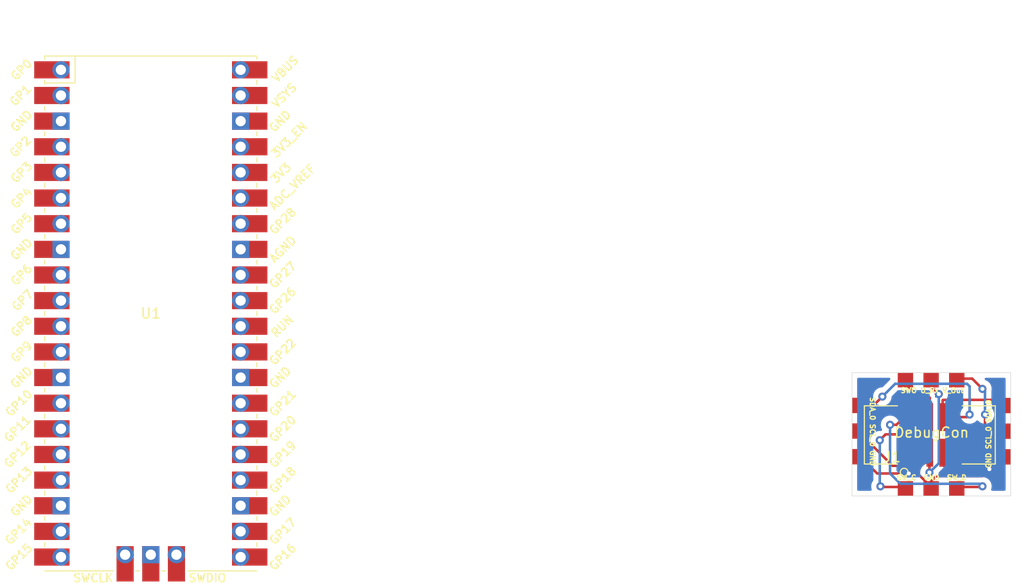
<source format=kicad_pcb>
(kicad_pcb (version 20211014) (generator pcbnew)
  (layers (0 "F.Cu" signal) (31 "B.Cu" signal) (34 "B.Paste" user) (35 "F.Paste" user) (36 "B.SilkS" user "B.Silkscreen") (37 "F.SilkS" user "F.Silkscreen") (38 "B.Mask" user) (39 "F.Mask" user) (44 "Edge.Cuts" user))
  (net 0 "")
  (net 1 "/SWDIO")
  (net 2 "/SWDCLK")
  (net 3 "/SWO")
  (net 4 "/VBUS_OUT")
  (net 5 "/Uart_RX")
  (net 6 "/SCL_0")
  (net 7 "/SDA_1")
  (net 8 "/SCL_1")
  (net 9 "/SDA_0")
  (net 10 "GND")
  (footprint "ProgramingFootprints:BottomSWDConnection" (layer "F.Cu") (at 128.778 66.548)
    (fp_text reference "J2" hide)
    (fp_text value "SWDConnections" hide)
    (pad "1" smd rect (at -2.54 0.72115 90) (size 1.443 1.524) (layers "F.Cu" "F.Paste" "F.Mask") (net 2 "/SWDCLK"))
    (pad "2" smd rect (at 0 0.72115 90) (size 1.443 1.524) (layers "F.Cu" "F.Paste" "F.Mask") (net 10 "GND"))
    (pad "3" smd rect (at 2.54 0.72115 90) (size 1.443 1.524) (layers "F.Cu" "F.Paste" "F.Mask") (net 1 "/SWDIO"))
  )
  (footprint "ProgramingFootprints:BottomSWDConnection" (layer "F.Cu") (at 135.1915 61.595 90)
    (fp_text reference "J4" hide)
    (fp_text value "I2C1_conn")
    (pad "1" smd rect (at -2.54 0.72115 180) (size 1.443 1.524) (layers "F.Cu" "F.Paste" "F.Mask") (net 10 "GND"))
    (pad "2" smd rect (at 0 0.72115 180) (size 1.443 1.524) (layers "F.Cu" "F.Paste" "F.Mask") (net 7 "/SDA_1"))
    (pad "3" smd rect (at 2.54 0.72115 180) (size 1.443 1.524) (layers "F.Cu" "F.Paste" "F.Mask") (net 8 "/SCL_1"))
  )
  (footprint "LocalFootprints:3220-10-0300-00-TR" (layer "F.Cu") (at 128.651 61.963)
    (fp_text reference "J1" (at -3.7338 2.1974) (layer "F.SilkS"))
    (fp_text value "DebugCon" (at 0.1778 -0.241 180) (layer "F.SilkS"))
    (fp_line (start 6.477 -2.8829) (end 3.20294 -2.8829) (layer "F.SilkS") (width 0.12))
    (fp_line (start 6.477 2.8829) (end 6.477 -2.8829) (layer "F.SilkS") (width 0.12))
    (fp_line (start -3.20294 -2.8829) (end -6.477 -2.8829) (layer "F.SilkS") (width 0.12))
    (fp_line (start -6.477 2.8829) (end -3.20294 2.8829) (layer "F.SilkS") (width 0.12))
    (fp_line (start 3.20294 2.8829) (end 6.477 2.8829) (layer "F.SilkS") (width 0.12))
    (fp_line (start -6.477 -2.8829) (end -6.477 2.8829) (layer "F.SilkS") (width 0.12))
    (fp_circle (center -2.54 3.683) (end -2.159 3.683) (layer "F.SilkS") (width 0.12) (fill none))
    (pad "1" smd rect (at -2.54 1.765) (size 0.6604 2.7686) (layers "F.Cu" "F.Paste" "F.Mask") (net 6 "/SCL_0"))
    (pad "2" smd rect (at -2.54 -1.765) (size 0.6604 2.7686) (layers "F.Cu" "F.Paste" "F.Mask") (net 1 "/SWDIO"))
    (pad "3" smd rect (at -1.27 1.765) (size 0.6604 2.7686) (layers "F.Cu" "F.Paste" "F.Mask") (net 10 "GND"))
    (pad "4" smd rect (at -1.27 -1.765) (size 0.6604 2.7686) (layers "F.Cu" "F.Paste" "F.Mask") (net 2 "/SWDCLK"))
    (pad "5" smd rect (at 0 1.765) (size 0.6604 2.7686) (layers "F.Cu" "F.Paste" "F.Mask") (net 5 "/Uart_RX"))
    (pad "6" smd rect (at 0 -1.765) (size 0.6604 2.7686) (layers "F.Cu" "F.Paste" "F.Mask") (net 3 "/SWO"))
    (pad "7" smd rect (at 1.27 1.765) (size 0.6604 2.7686) (layers "F.Cu" "F.Paste" "F.Mask") (net 7 "/SDA_1"))
    (pad "8" smd rect (at 1.27 -1.765) (size 0.6604 2.7686) (layers "F.Cu" "F.Paste" "F.Mask") (net 8 "/SCL_1"))
    (pad "9" smd rect (at 2.54 1.765) (size 0.6604 2.7686) (layers "F.Cu" "F.Paste" "F.Mask") (net 4 "/VBUS_OUT"))
    (pad "10" smd rect (at 2.54 -1.765) (size 0.6604 2.7686) (layers "F.Cu" "F.Paste" "F.Mask") (net 9 "/SDA_0"))
  )
  (footprint "RP-Pico Libraries:RPi_Pico_SMD_TH" (layer "F.Cu") (at 51.55 49.93)
    (fp_text reference "U1" (at 0 0) (layer "F.SilkS"))
    (fp_text value "Pico")
    (fp_text user "GP22" (at 13.054 3.81 45) (layer "F.SilkS") (effects (font (size 0.8 0.8))))
    (fp_text user "GP8" (at -12.8 1.27 45) (layer "F.SilkS") (effects (font (size 0.8 0.8))))
    (fp_text user "GP3" (at -12.8 -13.97 45) (layer "F.SilkS") (effects (font (size 0.8 0.8))))
    (fp_text user "GP11" (at -13.2 11.43 45) (layer "F.SilkS") (effects (font (size 0.8 0.8))))
    (fp_text user "ADC_VREF" (at 14 -12.5 45) (layer "F.SilkS") (effects (font (size 0.8 0.8))))
    (fp_text user "GP1" (at -12.9 -21.6 45) (layer "F.SilkS") (effects (font (size 0.8 0.8))))
    (fp_text user "GP6" (at -12.8 -3.81 45) (layer "F.SilkS") (effects (font (size 0.8 0.8))))
    (fp_text user "GND" (at 12.8 19.05 45) (layer "F.SilkS") (effects (font (size 0.8 0.8))))
    (fp_text user "GP7" (at -12.7 -1.3 45) (layer "F.SilkS") (effects (font (size 0.8 0.8))))
    (fp_text user "GND" (at 12.8 6.35 45) (layer "F.SilkS") (effects (font (size 0.8 0.8))))
    (fp_text user "GP16" (at 13.054 24.13 45) (layer "F.SilkS") (effects (font (size 0.8 0.8))))
    (fp_text user "AGND" (at 13.054 -6.35 45) (layer "F.SilkS") (effects (font (size 0.8 0.8))))
    (fp_text user "SWDIO" (at 5.6 26.2) (layer "F.SilkS") (effects (font (size 0.8 0.8))))
    (fp_text user "GP15" (at -13.054 24.13 45) (layer "F.SilkS") (effects (font (size 0.8 0.8))))
    (fp_text user "3V3" (at 12.9 -13.9 45) (layer "F.SilkS") (effects (font (size 0.8 0.8))))
    (fp_text user "GP9" (at -12.8 3.81 45) (layer "F.SilkS") (effects (font (size 0.8 0.8))))
    (fp_text user "3V3_EN" (at 13.7 -17.2 45) (layer "F.SilkS") (effects (font (size 0.8 0.8))))
    (fp_text user "VBUS" (at 13.3 -24.2 45) (layer "F.SilkS") (effects (font (size 0.8 0.8))))
    (fp_text user "GP4" (at -12.8 -11.43 45) (layer "F.SilkS") (effects (font (size 0.8 0.8))))
    (fp_text user "GP10" (at -13.054 8.89 45) (layer "F.SilkS") (effects (font (size 0.8 0.8))))
    (fp_text user "GND" (at -12.8 -19.05 45) (layer "F.SilkS") (effects (font (size 0.8 0.8))))
    (fp_text user "GND" (at -12.8 -6.35 45) (layer "F.SilkS") (effects (font (size 0.8 0.8))))
    (fp_text user "GP17" (at 13.054 21.59 45) (layer "F.SilkS") (effects (font (size 0.8 0.8))))
    (fp_text user "GP26" (at 13.054 -1.27 45) (layer "F.SilkS") (effects (font (size 0.8 0.8))))
    (fp_text user "GP19" (at 13.054 13.97 45) (layer "F.SilkS") (effects (font (size 0.8 0.8))))
    (fp_text user "GND" (at -12.8 6.35 45) (layer "F.SilkS") (effects (font (size 0.8 0.8))))
    (fp_text user "GP14" (at -13.1 21.59 45) (layer "F.SilkS") (effects (font (size 0.8 0.8))))
    (fp_text user "VSYS" (at 13.2 -21.59 45) (layer "F.SilkS") (effects (font (size 0.8 0.8))))
    (fp_text user "GP27" (at 13.054 -3.8 45) (layer "F.SilkS") (effects (font (size 0.8 0.8))))
    (fp_text user "GP21" (at 13.054 8.9 45) (layer "F.SilkS") (effects (font (size 0.8 0.8))))
    (fp_text user "GP0" (at -12.8 -24.13 45) (layer "F.SilkS") (effects (font (size 0.8 0.8))))
    (fp_text user "GP2" (at -12.9 -16.51 45) (layer "F.SilkS") (effects (font (size 0.8 0.8))))
    (fp_text user "GP28" (at 13.054 -9.144 45) (layer "F.SilkS") (effects (font (size 0.8 0.8))))
    (fp_text user "GP12" (at -13.2 13.97 45) (layer "F.SilkS") (effects (font (size 0.8 0.8))))
    (fp_text user "GP13" (at -13.054 16.51 45) (layer "F.SilkS") (effects (font (size 0.8 0.8))))
    (fp_text user "SWCLK" (at -5.7 26.2) (layer "F.SilkS") (effects (font (size 0.8 0.8))))
    (fp_text user "GP5" (at -12.8 -8.89 45) (layer "F.SilkS") (effects (font (size 0.8 0.8))))
    (fp_text user "GP18" (at 13.054 16.51 45) (layer "F.SilkS") (effects (font (size 0.8 0.8))))
    (fp_text user "GND" (at -12.8 19.05 45) (layer "F.SilkS") (effects (font (size 0.8 0.8))))
    (fp_text user "GND" (at 12.8 -19.05 45) (layer "F.SilkS") (effects (font (size 0.8 0.8))))
    (fp_text user "RUN" (at 13 1.27 45) (layer "F.SilkS") (effects (font (size 0.8 0.8))))
    (fp_text user "GP20" (at 13.054 11.43 45) (layer "F.SilkS") (effects (font (size 0.8 0.8))))
    (fp_line (start 10.5 -18) (end 10.5 -17.6) (layer "F.SilkS") (width 0.12))
    (fp_line (start 10.5 2.3) (end 10.5 2.7) (layer "F.SilkS") (width 0.12))
    (fp_line (start 10.5 -10.4) (end 10.5 -10) (layer "F.SilkS") (width 0.12))
    (fp_line (start 10.5 -20.5) (end 10.5 -20.1) (layer "F.SilkS") (width 0.12))
    (fp_line (start -10.5 -20.5) (end -10.5 -20.1) (layer "F.SilkS") (width 0.12))
    (fp_line (start -10.5 -18) (end -10.5 -17.6) (layer "F.SilkS") (width 0.12))
    (fp_line (start 10.5 -25.5) (end 10.5 -25.2) (layer "F.SilkS") (width 0.12))
    (fp_line (start -10.5 -12.9) (end -10.5 -12.5) (layer "F.SilkS") (width 0.12))
    (fp_line (start -10.5 -2.7) (end -10.5 -2.3) (layer "F.SilkS") (width 0.12))
    (fp_line (start 10.5 22.7) (end 10.5 23.1) (layer "F.SilkS") (width 0.12))
    (fp_line (start -10.5 -23.1) (end -10.5 -22.7) (layer "F.SilkS") (width 0.12))
    (fp_line (start 10.5 -23.1) (end 10.5 -22.7) (layer "F.SilkS") (width 0.12))
    (fp_line (start 1.1 25.5) (end 1.5 25.5) (layer "F.SilkS") (width 0.12))
    (fp_line (start -10.5 15.1) (end -10.5 15.5) (layer "F.SilkS") (width 0.12))
    (fp_line (start 10.5 17.6) (end 10.5 18) (layer "F.SilkS") (width 0.12))
    (fp_line (start 10.5 -15.4) (end 10.5 -15) (layer "F.SilkS") (width 0.12))
    (fp_line (start -10.5 2.3) (end -10.5 2.7) (layer "F.SilkS") (width 0.12))
    (fp_line (start -10.5 4.9) (end -10.5 5.3) (layer "F.SilkS") (width 0.12))
    (fp_line (start 10.5 4.9) (end 10.5 5.3) (layer "F.SilkS") (width 0.12))
    (fp_line (start 10.5 7.4) (end 10.5 7.8) (layer "F.SilkS") (width 0.12))
    (fp_line (start -10.5 -0.2) (end -10.5 0.2) (layer "F.SilkS") (width 0.12))
    (fp_line (start -10.5 -10.4) (end -10.5 -10) (layer "F.SilkS") (width 0.12))
    (fp_line (start -10.5 17.6) (end -10.5 18) (layer "F.SilkS") (width 0.12))
    (fp_line (start 10.5 -2.7) (end 10.5 -2.3) (layer "F.SilkS") (width 0.12))
    (fp_line (start -10.5 -22.833) (end -7.493 -22.833) (layer "F.SilkS") (width 0.12))
    (fp_line (start 10.5 10) (end 10.5 10.4) (layer "F.SilkS") (width 0.12))
    (fp_line (start -10.5 12.5) (end -10.5 12.9) (layer "F.SilkS") (width 0.12))
    (fp_line (start 10.5 -7.8) (end 10.5 -7.4) (layer "F.SilkS") (width 0.12))
    (fp_line (start 10.5 15.1) (end 10.5 15.5) (layer "F.SilkS") (width 0.12))
    (fp_line (start 10.5 -0.2) (end 10.5 0.2) (layer "F.SilkS") (width 0.12))
    (fp_line (start 10.5 12.5) (end 10.5 12.9) (layer "F.SilkS") (width 0.12))
    (fp_line (start -10.5 20.1) (end -10.5 20.5) (layer "F.SilkS") (width 0.12))
    (fp_line (start 10.5 25.5) (end 3.7 25.5) (layer "F.SilkS") (width 0.12))
    (fp_line (start 10.5 20.1) (end 10.5 20.5) (layer "F.SilkS") (width 0.12))
    (fp_line (start -10.5 -25.5) (end 10.5 -25.5) (layer "F.SilkS") (width 0.12))
    (fp_line (start -10.5 7.4) (end -10.5 7.8) (layer "F.SilkS") (width 0.12))
    (fp_line (start -3.7 25.5) (end -10.5 25.5) (layer "F.SilkS") (width 0.12))
    (fp_line (start 10.5 -5.3) (end 10.5 -4.9) (layer "F.SilkS") (width 0.12))
    (fp_line (start -10.5 10) (end -10.5 10.4) (layer "F.SilkS") (width 0.12))
    (fp_line (start -10.5 -5.3) (end -10.5 -4.9) (layer "F.SilkS") (width 0.12))
    (fp_line (start 10.5 -12.9) (end 10.5 -12.5) (layer "F.SilkS") (width 0.12))
    (fp_line (start -10.5 -25.5) (end -10.5 -25.2) (layer "F.SilkS") (width 0.12))
    (fp_line (start -7.493 -22.833) (end -7.493 -25.5) (layer "F.SilkS") (width 0.12))
    (fp_line (start -10.5 -7.8) (end -10.5 -7.4) (layer "F.SilkS") (width 0.12))
    (fp_line (start -1.5 25.5) (end -1.1 25.5) (layer "F.SilkS") (width 0.12))
    (fp_line (start -10.5 -15.4) (end -10.5 -15) (layer "F.SilkS") (width 0.12))
    (fp_line (start -10.5 22.7) (end -10.5 23.1) (layer "F.SilkS") (width 0.12))
    (pad "" np_thru_hole oval (at -2.725 -24) (size 1.8 1.8) (drill 1.8) (layers *.Cu *.Mask))
    (pad "" np_thru_hole oval (at 2.725 -24) (size 1.8 1.8) (drill 1.8) (layers *.Cu *.Mask))
    (pad "" np_thru_hole oval (at -2.425 -20.97) (size 1.5 1.5) (drill 1.5) (layers *.Cu *.Mask))
    (pad "" np_thru_hole oval (at 2.425 -20.97) (size 1.5 1.5) (drill 1.5) (layers *.Cu *.Mask))
    (pad "1" smd rect (at -8.89 -24.13) (size 3.5 1.7) (drill (offset -0.9 0)) (layers "F.Cu" "F.Mask"))
    (pad "1" thru_hole oval (at -8.89 -24.13) (size 1.7 1.7) (drill 1.02) (layers *.Cu *.Mask))
    (pad "2" smd rect (at -8.89 -21.59) (size 3.5 1.7) (drill (offset -0.9 0)) (layers "F.Cu" "F.Mask"))
    (pad "2" thru_hole oval (at -8.89 -21.59) (size 1.7 1.7) (drill 1.02) (layers *.Cu *.Mask))
    (pad "3" smd rect (at -8.89 -19.05) (size 3.5 1.7) (drill (offset -0.9 0)) (layers "F.Cu" "F.Mask"))
    (pad "3" thru_hole rect (at -8.89 -19.05) (size 1.7 1.7) (drill 1.02) (layers *.Cu *.Mask))
    (pad "4" smd rect (at -8.89 -16.51) (size 3.5 1.7) (drill (offset -0.9 0)) (layers "F.Cu" "F.Mask"))
    (pad "4" thru_hole oval (at -8.89 -16.51) (size 1.7 1.7) (drill 1.02) (layers *.Cu *.Mask))
    (pad "5" smd rect (at -8.89 -13.97) (size 3.5 1.7) (drill (offset -0.9 0)) (layers "F.Cu" "F.Mask"))
    (pad "5" thru_hole oval (at -8.89 -13.97) (size 1.7 1.7) (drill 1.02) (layers *.Cu *.Mask))
    (pad "6" thru_hole oval (at -8.89 -11.43) (size 1.7 1.7) (drill 1.02) (layers *.Cu *.Mask))
    (pad "6" smd rect (at -8.89 -11.43) (size 3.5 1.7) (drill (offset -0.9 0)) (layers "F.Cu" "F.Mask"))
    (pad "7" thru_hole oval (at -8.89 -8.89) (size 1.7 1.7) (drill 1.02) (layers *.Cu *.Mask))
    (pad "7" smd rect (at -8.89 -8.89) (size 3.5 1.7) (drill (offset -0.9 0)) (layers "F.Cu" "F.Mask"))
    (pad "8" thru_hole rect (at -8.89 -6.35) (size 1.7 1.7) (drill 1.02) (layers *.Cu *.Mask))
    (pad "8" smd rect (at -8.89 -6.35) (size 3.5 1.7) (drill (offset -0.9 0)) (layers "F.Cu" "F.Mask"))
    (pad "9" smd rect (at -8.89 -3.81) (size 3.5 1.7) (drill (offset -0.9 0)) (layers "F.Cu" "F.Mask"))
    (pad "9" thru_hole oval (at -8.89 -3.81) (size 1.7 1.7) (drill 1.02) (layers *.Cu *.Mask))
    (pad "10" thru_hole oval (at -8.89 -1.27) (size 1.7 1.7) (drill 1.02) (layers *.Cu *.Mask))
    (pad "10" smd rect (at -8.89 -1.27) (size 3.5 1.7) (drill (offset -0.9 0)) (layers "F.Cu" "F.Mask"))
    (pad "11" smd rect (at -8.89 1.27) (size 3.5 1.7) (drill (offset -0.9 0)) (layers "F.Cu" "F.Mask"))
    (pad "11" thru_hole oval (at -8.89 1.27) (size 1.7 1.7) (drill 1.02) (layers *.Cu *.Mask))
    (pad "12" thru_hole oval (at -8.89 3.81) (size 1.7 1.7) (drill 1.02) (layers *.Cu *.Mask))
    (pad "12" smd rect (at -8.89 3.81) (size 3.5 1.7) (drill (offset -0.9 0)) (layers "F.Cu" "F.Mask"))
    (pad "13" thru_hole rect (at -8.89 6.35) (size 1.7 1.7) (drill 1.02) (layers *.Cu *.Mask))
    (pad "13" smd rect (at -8.89 6.35) (size 3.5 1.7) (drill (offset -0.9 0)) (layers "F.Cu" "F.Mask"))
    (pad "14" smd rect (at -8.89 8.89) (size 3.5 1.7) (drill (offset -0.9 0)) (layers "F.Cu" "F.Mask"))
    (pad "14" thru_hole oval (at -8.89 8.89) (size 1.7 1.7) (drill 1.02) (layers *.Cu *.Mask))
    (pad "15" thru_hole oval (at -8.89 11.43) (size 1.7 1.7) (drill 1.02) (layers *.Cu *.Mask))
    (pad "15" smd rect (at -8.89 11.43) (size 3.5 1.7) (drill (offset -0.9 0)) (layers "F.Cu" "F.Mask"))
    (pad "16" smd rect (at -8.89 13.97) (size 3.5 1.7) (drill (offset -0.9 0)) (layers "F.Cu" "F.Mask"))
    (pad "16" thru_hole oval (at -8.89 13.97) (size 1.7 1.7) (drill 1.02) (layers *.Cu *.Mask))
    (pad "17" smd rect (at -8.89 16.51) (size 3.5 1.7) (drill (offset -0.9 0)) (layers "F.Cu" "F.Mask"))
    (pad "17" thru_hole oval (at -8.89 16.51) (size 1.7 1.7) (drill 1.02) (layers *.Cu *.Mask))
    (pad "18" thru_hole rect (at -8.89 19.05) (size 1.7 1.7) (drill 1.02) (layers *.Cu *.Mask))
    (pad "18" smd rect (at -8.89 19.05) (size 3.5 1.7) (drill (offset -0.9 0)) (layers "F.Cu" "F.Mask"))
    (pad "19" smd rect (at -8.89 21.59) (size 3.5 1.7) (drill (offset -0.9 0)) (layers "F.Cu" "F.Mask"))
    (pad "19" thru_hole oval (at -8.89 21.59) (size 1.7 1.7) (drill 1.02) (layers *.Cu *.Mask))
    (pad "20" smd rect (at -8.89 24.13) (size 3.5 1.7) (drill (offset -0.9 0)) (layers "F.Cu" "F.Mask"))
    (pad "20" thru_hole oval (at -8.89 24.13) (size 1.7 1.7) (drill 1.02) (layers *.Cu *.Mask))
    (pad "21" smd rect (at 8.89 24.13) (size 3.5 1.7) (drill (offset 0.9 0)) (layers "F.Cu" "F.Mask"))
    (pad "21" thru_hole oval (at 8.89 24.13) (size 1.7 1.7) (drill 1.02) (layers *.Cu *.Mask))
    (pad "22" thru_hole oval (at 8.89 21.59) (size 1.7 1.7) (drill 1.02) (layers *.Cu *.Mask))
    (pad "22" smd rect (at 8.89 21.59) (size 3.5 1.7) (drill (offset 0.9 0)) (layers "F.Cu" "F.Mask"))
    (pad "23" smd rect (at 8.89 19.05) (size 3.5 1.7) (drill (offset 0.9 0)) (layers "F.Cu" "F.Mask"))
    (pad "23" thru_hole rect (at 8.89 19.05) (size 1.7 1.7) (drill 1.02) (layers *.Cu *.Mask))
    (pad "24" thru_hole oval (at 8.89 16.51) (size 1.7 1.7) (drill 1.02) (layers *.Cu *.Mask))
    (pad "24" smd rect (at 8.89 16.51) (size 3.5 1.7) (drill (offset 0.9 0)) (layers "F.Cu" "F.Mask"))
    (pad "25" thru_hole oval (at 8.89 13.97) (size 1.7 1.7) (drill 1.02) (layers *.Cu *.Mask))
    (pad "25" smd rect (at 8.89 13.97) (size 3.5 1.7) (drill (offset 0.9 0)) (layers "F.Cu" "F.Mask"))
    (pad "26" smd rect (at 8.89 11.43) (size 3.5 1.7) (drill (offset 0.9 0)) (layers "F.Cu" "F.Mask"))
    (pad "26" thru_hole oval (at 8.89 11.43) (size 1.7 1.7) (drill 1.02) (layers *.Cu *.Mask))
    (pad "27" thru_hole oval (at 8.89 8.89) (size 1.7 1.7) (drill 1.02) (layers *.Cu *.Mask))
    (pad "27" smd rect (at 8.89 8.89) (size 3.5 1.7) (drill (offset 0.9 0)) (layers "F.Cu" "F.Mask"))
    (pad "28" smd rect (at 8.89 6.35) (size 3.5 1.7) (drill (offset 0.9 0)) (layers "F.Cu" "F.Mask"))
    (pad "28" thru_hole rect (at 8.89 6.35) (size 1.7 1.7) (drill 1.02) (layers *.Cu *.Mask))
    (pad "29" smd rect (at 8.89 3.81) (size 3.5 1.7) (drill (offset 0.9 0)) (layers "F.Cu" "F.Mask"))
    (pad "29" thru_hole oval (at 8.89 3.81) (size 1.7 1.7) (drill 1.02) (layers *.Cu *.Mask))
    (pad "30" smd rect (at 8.89 1.27) (size 3.5 1.7) (drill (offset 0.9 0)) (layers "F.Cu" "F.Mask"))
    (pad "30" thru_hole oval (at 8.89 1.27) (size 1.7 1.7) (drill 1.02) (layers *.Cu *.Mask))
    (pad "31" smd rect (at 8.89 -1.27) (size 3.5 1.7) (drill (offset 0.9 0)) (layers "F.Cu" "F.Mask"))
    (pad "31" thru_hole oval (at 8.89 -1.27) (size 1.7 1.7) (drill 1.02) (layers *.Cu *.Mask))
    (pad "32" smd rect (at 8.89 -3.81) (size 3.5 1.7) (drill (offset 0.9 0)) (layers "F.Cu" "F.Mask"))
    (pad "32" thru_hole oval (at 8.89 -3.81) (size 1.7 1.7) (drill 1.02) (layers *.Cu *.Mask))
    (pad "33" smd rect (at 8.89 -6.35) (size 3.5 1.7) (drill (offset 0.9 0)) (layers "F.Cu" "F.Mask"))
    (pad "33" thru_hole rect (at 8.89 -6.35) (size 1.7 1.7) (drill 1.02) (layers *.Cu *.Mask))
    (pad "34" thru_hole oval (at 8.89 -8.89) (size 1.7 1.7) (drill 1.02) (layers *.Cu *.Mask))
    (pad "34" smd rect (at 8.89 -8.89) (size 3.5 1.7) (drill (offset 0.9 0)) (layers "F.Cu" "F.Mask"))
    (pad "35" thru_hole oval (at 8.89 -11.43) (size 1.7 1.7) (drill 1.02) (layers *.Cu *.Mask))
    (pad "35" smd rect (at 8.89 -11.43) (size 3.5 1.7) (drill (offset 0.9 0)) (layers "F.Cu" "F.Mask"))
    (pad "36" smd rect (at 8.89 -13.97) (size 3.5 1.7) (drill (offset 0.9 0)) (layers "F.Cu" "F.Mask"))
    (pad "36" thru_hole oval (at 8.89 -13.97) (size 1.7 1.7) (drill 1.02) (layers *.Cu *.Mask))
    (pad "37" smd rect (at 8.89 -16.51) (size 3.5 1.7) (drill (offset 0.9 0)) (layers "F.Cu" "F.Mask"))
    (pad "37" thru_hole oval (at 8.89 -16.51) (size 1.7 1.7) (drill 1.02) (layers *.Cu *.Mask))
    (pad "38" thru_hole rect (at 8.89 -19.05) (size 1.7 1.7) (drill 1.02) (layers *.Cu *.Mask))
    (pad "38" smd rect (at 8.89 -19.05) (size 3.5 1.7) (drill (offset 0.9 0)) (layers "F.Cu" "F.Mask"))
    (pad "39" smd rect (at 8.89 -21.59) (size 3.5 1.7) (drill (offset 0.9 0)) (layers "F.Cu" "F.Mask"))
    (pad "39" thru_hole oval (at 8.89 -21.59) (size 1.7 1.7) (drill 1.02) (layers *.Cu *.Mask))
    (pad "40" smd rect (at 8.89 -24.13) (size 3.5 1.7) (drill (offset 0.9 0)) (layers "F.Cu" "F.Mask"))
    (pad "40" thru_hole oval (at 8.89 -24.13) (size 1.7 1.7) (drill 1.02) (layers *.Cu *.Mask))
    (pad "41" thru_hole oval (at -2.54 23.9) (size 1.7 1.7) (drill 1.02) (layers *.Cu *.Mask))
    (pad "41" smd rect (at -2.54 23.9 90) (size 3.5 1.7) (drill (offset -0.9 0)) (layers "F.Cu" "F.Mask"))
    (pad "42" smd rect (at 0 23.9 90) (size 3.5 1.7) (drill (offset -0.9 0)) (layers "F.Cu" "F.Mask"))
    (pad "42" thru_hole rect (at 0 23.9) (size 1.7 1.7) (drill 1.02) (layers *.Cu *.Mask))
    (pad "43" thru_hole oval (at 2.54 23.9) (size 1.7 1.7) (drill 1.02) (layers *.Cu *.Mask))
    (pad "43" smd rect (at 2.54 23.9 90) (size 3.5 1.7) (drill (offset -0.9 0)) (layers "F.Cu" "F.Mask"))
  )
  (footprint "ProgramingFootprints:BottomSWDConnection" (layer "F.Cu") (at 128.778 55.8165)
    (fp_text reference "J5" hide)
    (fp_text value "Conn_01x03_Female" hide)
    (pad "1" smd rect (at -2.54 0.72115 90) (size 1.443 1.524) (layers "F.Cu" "F.Paste" "F.Mask") (net 3 "/SWO"))
    (pad "2" smd rect (at 0 0.72115 90) (size 1.443 1.524) (layers "F.Cu" "F.Paste" "F.Mask") (net 5 "/Uart_RX"))
    (pad "3" smd rect (at 2.54 0.72115 90) (size 1.443 1.524) (layers "F.Cu" "F.Paste" "F.Mask") (net 4 "/VBUS_OUT"))
  )
  (footprint "ProgramingFootprints:BottomSWDConnection" (layer "F.Cu") (at 120.96885 61.58 90)
    (fp_text reference "J3" hide)
    (fp_text value "I2C0_con" hide)
    (pad "1" smd rect (at -2.54 0.72115 180) (size 1.443 1.524) (layers "F.Cu" "F.Paste" "F.Mask") (net 10 "GND"))
    (pad "2" smd rect (at 0 0.72115 180) (size 1.443 1.524) (layers "F.Cu" "F.Paste" "F.Mask") (net 6 "/SCL_0"))
    (pad "3" smd rect (at 2.54 0.72115 180) (size 1.443 1.524) (layers "F.Cu" "F.Paste" "F.Mask") (net 9 "/SDA_0"))
  )
  (gr_rect (start 120.95 55.79) (end 136.66 68.01) (layer "Edge.Cuts") (width 0.05) (fill none))
  (gr_text "SW_C  GND  SW_D\n" (at 128.8288 66.1924) (layer "F.SilkS") (effects (font (size 0.5 0.5) (thickness 0.125))))
  (gr_text "SWO U_Rx V_Out\n" (at 128.8796 57.5564) (layer "F.SilkS") (effects (font (size 0.5 0.5) (thickness 0.125))))
  (gr_text "GND SCL_0 SDA_0\n\n" (at 134.874 61.8744 90) (layer "F.SilkS") (effects (font (size 0.5 0.5) (thickness 0.125))))
  (gr_text "SDA_0 SCL_0 GND \n\n" (at 122.5804 61.8236 270) (layer "F.SilkS") (effects (font (size 0.5 0.5) (thickness 0.125))))
  (segment (start 133.7945 67.1195) (end 133.858 67.056) (width 0.25) (layer "F.Cu") (net 1))
  (segment (start 131.318 67.1195) (end 133.7945 67.1195) (width 0.25) (layer "F.Cu") (net 1))
  (segment (start 125.349 60.96) (end 126.111 60.198) (width 0.25) (layer "F.Cu") (net 1))
  (segment (start 124.714 60.96) (end 125.349 60.96) (width 0.25) (layer "F.Cu") (net 1))
  (segment (start 133.858 67.056) (end 133.858 67.055) (width 0.25) (layer "F.Cu") (net 1))
  (via (at 124.714 60.96) (size 0.8) (drill 0.4) (layers "F.Cu" "B.Cu") (net 1))
  (via (at 133.858 67.055) (size 0.8) (drill 0.4) (layers "F.Cu" "B.Cu") (net 1))
  (segment (start 133.858 67.055) (end 133.605 66.802) (width 0.25) (layer "B.Cu") (net 1))
  (segment (start 125.73 66.802) (end 124.714 65.786) (width 0.25) (layer "B.Cu") (net 1))
  (segment (start 124.714 65.786) (end 124.714 60.96) (width 0.25) (layer "B.Cu") (net 1))
  (segment (start 133.605 66.802) (end 125.73 66.802) (width 0.25) (layer "B.Cu") (net 1))
  (segment (start 126.7258 61.9073) (end 127.381 61.2521) (width 0.25) (layer "F.Cu") (net 2))
  (segment (start 123.7615 67.1195) (end 123.698 67.056) (width 0.25) (layer "F.Cu") (net 2))
  (segment (start 124.2747 61.9073) (end 126.7258 61.9073) (width 0.25) (layer "F.Cu") (net 2))
  (segment (start 123.699 67.055) (end 123.7615 67.055) (width 0.25) (layer "F.Cu") (net 2))
  (segment (start 123.698 67.056) (end 123.699 67.055) (width 0.25) (layer "F.Cu") (net 2))
  (segment (start 123.698 62.484) (end 124.2747 61.9073) (width 0.25) (layer "F.Cu") (net 2))
  (segment (start 126.238 67.1195) (end 123.7615 67.1195) (width 0.25) (layer "F.Cu") (net 2))
  (segment (start 127.381 61.2521) (end 127.381 60.198) (width 0.25) (layer "F.Cu") (net 2))
  (via (at 123.7615 67.055) (size 0.8) (drill 0.4) (layers "F.Cu" "B.Cu") (net 2))
  (via (at 123.698 62.484) (size 0.8) (drill 0.4) (layers "F.Cu" "B.Cu") (net 2))
  (segment (start 123.7615 67.055) (end 123.698 66.9915) (width 0.25) (layer "B.Cu") (net 2))
  (segment (start 123.698 66.9915) (end 123.698 62.484) (width 0.25) (layer "B.Cu") (net 2))
  (segment (start 128.524 58.166) (end 128.651 58.293) (width 0.25) (layer "F.Cu") (net 3))
  (segment (start 127.508 58.166) (end 128.524 58.166) (width 0.25) (layer "F.Cu") (net 3))
  (segment (start 126.238 56.896) (end 127.508 58.166) (width 0.25) (layer "F.Cu") (net 3))
  (segment (start 128.651 58.293) (end 128.651 60.198) (width 0.25) (layer "F.Cu") (net 3))
  (segment (start 132.842 56.388) (end 133.858 57.404) (width 0.25) (layer "F.Cu") (net 4))
  (segment (start 132.106 63.728) (end 134.112 61.722) (width 0.25) (layer "F.Cu") (net 4))
  (segment (start 134.112 61.722) (end 134.112 59.944) (width 0.25) (layer "F.Cu") (net 4))
  (segment (start 131.191 63.728) (end 132.106 63.728) (width 0.25) (layer "F.Cu") (net 4))
  (segment (start 131.318 56.388) (end 132.842 56.388) (width 0.25) (layer "F.Cu") (net 4))
  (via (at 133.858 57.404) (size 0.8) (drill 0.4) (layers "F.Cu" "B.Cu") (net 4))
  (via (at 134.112 59.944) (size 0.8) (drill 0.4) (layers "F.Cu" "B.Cu") (net 4))
  (segment (start 134.112 59.944) (end 134.112 57.658) (width 0.25) (layer "B.Cu") (net 4))
  (segment (start 134.112 57.658) (end 133.858 57.404) (width 0.25) (layer "B.Cu") (net 4))
  (segment (start 129.286 57.658) (end 129.54 57.912) (width 0.25) (layer "F.Cu") (net 5))
  (segment (start 128.778 56.388) (end 128.778 57.15) (width 0.25) (layer "F.Cu") (net 5))
  (segment (start 128.611698 63.767302) (end 128.651 63.728) (width 0.25) (layer "F.Cu") (net 5))
  (segment (start 128.611698 65.689704) (end 128.611698 63.767302) (width 0.25) (layer "F.Cu") (net 5))
  (segment (start 128.778 57.15) (end 129.286 57.658) (width 0.25) (layer "F.Cu") (net 5))
  (via (at 129.54 57.912) (size 0.8) (drill 0.4) (layers "F.Cu" "B.Cu") (net 5))
  (via (at 128.611698 65.689704) (size 0.8) (drill 0.4) (layers "F.Cu" "B.Cu") (net 5))
  (segment (start 129.54 57.912) (end 129.54 64.77) (width 0.25) (layer "B.Cu") (net 5))
  (segment (start 129.54 57.912) (end 129.286 58.166) (width 0.25) (layer "B.Cu") (net 5))
  (segment (start 129.54 64.77) (end 128.778 65.532) (width 0.25) (layer "B.Cu") (net 5))
  (segment (start 128.769402 65.532) (end 128.611698 65.689704) (width 0.25) (layer "B.Cu") (net 5))
  (segment (start 128.778 65.532) (end 128.769402 65.532) (width 0.25) (layer "B.Cu") (net 5))
  (segment (start 121.791 61.595) (end 121.791 61.847) (width 0.25) (layer "F.Cu") (net 6))
  (segment (start 125.984 65.024) (end 126.111 64.897) (width 0.25) (layer "F.Cu") (net 6))
  (segment (start 121.791 61.847) (end 124.968 65.024) (width 0.25) (layer "F.Cu") (net 6))
  (segment (start 126.111 64.897) (end 126.111 63.728) (width 0.25) (layer "F.Cu") (net 6))
  (segment (start 124.968 65.024) (end 125.984 65.024) (width 0.25) (layer "F.Cu") (net 6))
  (segment (start 130.4613 65.4373) (end 129.921 64.897) (width 0.25) (layer "F.Cu") (net 7))
  (segment (start 135.763 61.7855) (end 132.1112 65.4373) (width 0.25) (layer "F.Cu") (net 7))
  (segment (start 132.1112 65.4373) (end 130.4613 65.4373) (width 0.25) (layer "F.Cu") (net 7))
  (segment (start 135.763 61.595) (end 135.763 61.7855) (width 0.25) (layer "F.Cu") (net 7))
  (segment (start 129.921 64.897) (end 129.921 63.728) (width 0.25) (layer "F.Cu") (net 7))
  (segment (start 129.921 58.547) (end 129.921 60.198) (width 0.25) (layer "F.Cu") (net 8))
  (segment (start 129.9793 58.4887) (end 129.921 58.547) (width 0.25) (layer "F.Cu") (net 8))
  (segment (start 135.763 59.055) (end 135.1967 58.4887) (width 0.25) (layer "F.Cu") (net 8))
  (segment (start 135.1967 58.4887) (end 129.9793 58.4887) (width 0.25) (layer "F.Cu") (net 8))
  (segment (start 123.063 59.055) (end 123.952 58.166) (width 0.25) (layer "F.Cu") (net 9))
  (segment (start 132.334 60.198) (end 132.588 59.944) (width 0.25) (layer "F.Cu") (net 9))
  (segment (start 131.191 60.198) (end 132.334 60.198) (width 0.25) (layer "F.Cu") (net 9))
  (segment (start 121.791 59.055) (end 123.063 59.055) (width 0.25) (layer "F.Cu") (net 9))
  (via (at 132.588 59.944) (size 0.8) (drill 0.4) (layers "F.Cu" "B.Cu") (net 9))
  (via (at 123.952 58.166) (size 0.8) (drill 0.4) (layers "F.Cu" "B.Cu") (net 9))
  (segment (start 123.952 58.166) (end 125.222 56.896) (width 0.25) (layer "B.Cu") (net 9))
  (segment (start 125.222 56.896) (end 132.334 56.896) (width 0.25) (layer "B.Cu") (net 9))
  (segment (start 132.588 57.15) (end 132.588 59.944) (width 0.25) (layer "B.Cu") (net 9))
  (segment (start 132.334 56.896) (end 132.588 57.15) (width 0.25) (layer "B.Cu") (net 9))
  (segment (start 127.381 65.659) (end 127.381 65.784) (width 0.25) (layer "F.Cu") (net 10))
  (segment (start 135.763 64.135) (end 134.544 65.354) (width 0.25) (layer "F.Cu") (net 10))
  (segment (start 121.791 64.135) (end 123.44 65.784) (width 0.25) (layer "F.Cu") (net 10))
  (segment (start 127.4425 65.784) (end 128.778 67.1195) (width 0.25) (layer "F.Cu") (net 10))
  (segment (start 123.44 65.784) (end 126.566 65.784) (width 0.25) (layer "F.Cu") (net 10))
  (segment (start 128.778 66.548) (end 128.778 67.1195) (width 0.25) (layer "F.Cu") (net 10))
  (segment (start 129.286 66.04) (end 128.778 66.548) (width 0.25) (layer "F.Cu") (net 10))
  (segment (start 127.381 63.728) (end 127.381 65.659) (width 0.25) (layer "F.Cu") (net 10))
  (segment (start 134.544 65.354) (end 133.858 66.04) (width 0.25) (layer "F.Cu") (net 10))
  (segment (start 126.566 65.784) (end 127.381 65.784) (width 0.25) (layer "F.Cu") (net 10))
  (segment (start 133.858 66.04) (end 129.286 66.04) (width 0.25) (layer "F.Cu") (net 10))
  (segment (start 127.381 65.784) (end 127.4425 65.784) (width 0.25) (layer "F.Cu") (net 10))
  (via (at 126.566 65.784) (size 0.8) (drill 0.4) (layers "F.Cu" "B.Cu") (net 10))
  (via (at 134.544 65.354) (size 0.8) (drill 0.4) (layers "F.Cu" "B.Cu") (net 10))
  (zone (net 10) (net_name "GND") (layer "B.Cu") (connect_pads (clearance 0.508)) (min_thickness 0.254) (fill yes (thermal_gap 0.508) (thermal_bridge_width 0.508))
    (polygon (pts (xy 136.66 68.01) (xy 120.95 68.01) (xy 120.95 55.79) (xy 136.66 55.79)))
  )
)
</source>
